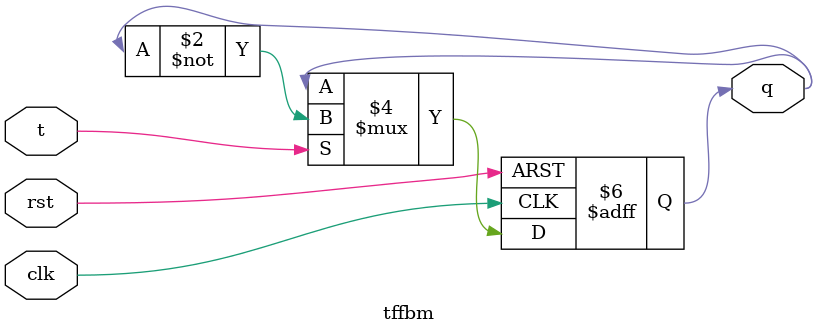
<source format=v>
module tffbm( output reg q, input clk, rst, t);
	always @ (posedge clk, posedge rst)
	begin 
		if (rst)
			q<=1'b0;
		else 
		begin
			if (t)
				q<=~q;
			else 
				q<=q;	
		end
	end
endmodule    
			
</source>
